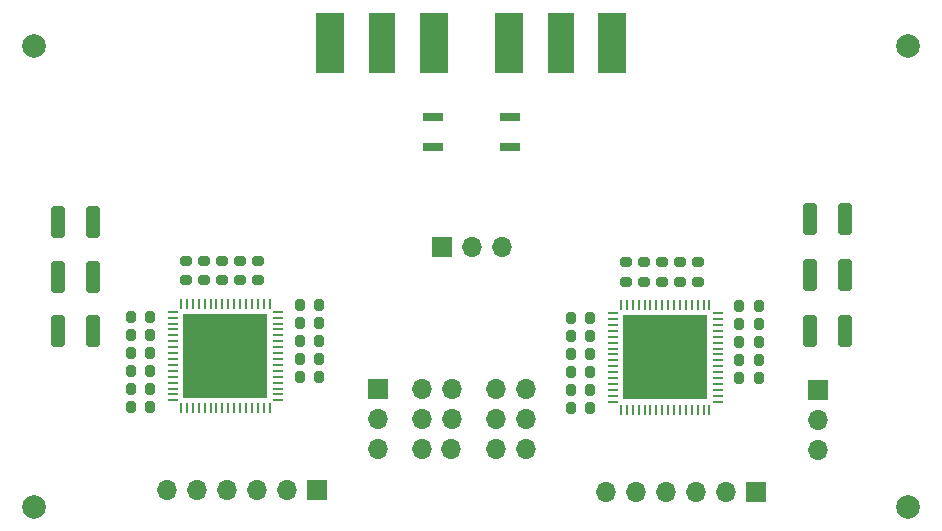
<source format=gbr>
%TF.GenerationSoftware,KiCad,Pcbnew,(6.0.1)*%
%TF.CreationDate,2023-03-14T12:55:58-06:00*%
%TF.ProjectId,SPARC,53504152-432e-46b6-9963-61645f706362,01*%
%TF.SameCoordinates,Original*%
%TF.FileFunction,Soldermask,Top*%
%TF.FilePolarity,Negative*%
%FSLAX46Y46*%
G04 Gerber Fmt 4.6, Leading zero omitted, Abs format (unit mm)*
G04 Created by KiCad (PCBNEW (6.0.1)) date 2023-03-14 12:55:58*
%MOMM*%
%LPD*%
G01*
G04 APERTURE LIST*
G04 Aperture macros list*
%AMRoundRect*
0 Rectangle with rounded corners*
0 $1 Rounding radius*
0 $2 $3 $4 $5 $6 $7 $8 $9 X,Y pos of 4 corners*
0 Add a 4 corners polygon primitive as box body*
4,1,4,$2,$3,$4,$5,$6,$7,$8,$9,$2,$3,0*
0 Add four circle primitives for the rounded corners*
1,1,$1+$1,$2,$3*
1,1,$1+$1,$4,$5*
1,1,$1+$1,$6,$7*
1,1,$1+$1,$8,$9*
0 Add four rect primitives between the rounded corners*
20,1,$1+$1,$2,$3,$4,$5,0*
20,1,$1+$1,$4,$5,$6,$7,0*
20,1,$1+$1,$6,$7,$8,$9,0*
20,1,$1+$1,$8,$9,$2,$3,0*%
G04 Aperture macros list end*
%ADD10RoundRect,0.200000X-0.275000X0.200000X-0.275000X-0.200000X0.275000X-0.200000X0.275000X0.200000X0*%
%ADD11RoundRect,0.200000X0.200000X0.275000X-0.200000X0.275000X-0.200000X-0.275000X0.200000X-0.275000X0*%
%ADD12R,1.750000X0.750000*%
%ADD13RoundRect,0.250000X0.325000X1.100000X-0.325000X1.100000X-0.325000X-1.100000X0.325000X-1.100000X0*%
%ADD14R,2.290000X5.080000*%
%ADD15R,2.420000X5.080000*%
%ADD16RoundRect,0.200000X-0.200000X-0.275000X0.200000X-0.275000X0.200000X0.275000X-0.200000X0.275000X0*%
%ADD17RoundRect,0.200000X0.275000X-0.200000X0.275000X0.200000X-0.275000X0.200000X-0.275000X-0.200000X0*%
%ADD18C,2.000000*%
%ADD19RoundRect,0.062500X-0.350000X-0.062500X0.350000X-0.062500X0.350000X0.062500X-0.350000X0.062500X0*%
%ADD20RoundRect,0.062500X-0.062500X-0.350000X0.062500X-0.350000X0.062500X0.350000X-0.062500X0.350000X0*%
%ADD21R,7.150000X7.150000*%
%ADD22O,1.700000X1.700000*%
%ADD23R,1.700000X1.700000*%
G04 APERTURE END LIST*
D10*
%TO.C,R39*%
X141092682Y-65940000D03*
X141092682Y-67590000D03*
%TD*%
D11*
%TO.C,R3*%
X96228682Y-75158600D03*
X94578682Y-75158600D03*
%TD*%
D12*
%TO.C,D1*%
X126650000Y-56170000D03*
X120150000Y-56170000D03*
X126650000Y-53630000D03*
X120150000Y-53630000D03*
%TD*%
D13*
%TO.C,C6*%
X91383682Y-71763369D03*
X88433682Y-71763369D03*
%TD*%
D14*
%TO.C,J2*%
X130975000Y-47370000D03*
D15*
X126595000Y-47370000D03*
X135355000Y-47370000D03*
%TD*%
D11*
%TO.C,R1*%
X96233682Y-78208600D03*
X94583682Y-78208600D03*
%TD*%
D13*
%TO.C,C4*%
X91383682Y-62573369D03*
X88433682Y-62573369D03*
%TD*%
D16*
%TO.C,R33*%
X131827682Y-73746000D03*
X133477682Y-73746000D03*
%TD*%
D11*
%TO.C,R41*%
X147759682Y-69682000D03*
X146109682Y-69682000D03*
%TD*%
D10*
%TO.C,R6*%
X100800682Y-65828600D03*
X100800682Y-67478600D03*
%TD*%
D17*
%TO.C,R26*%
X105372682Y-67478600D03*
X105372682Y-65828600D03*
%TD*%
D16*
%TO.C,R61*%
X146109682Y-74254000D03*
X147759682Y-74254000D03*
%TD*%
D18*
%TO.C,REF\u002A\u002A*%
X86400000Y-86628769D03*
%TD*%
D11*
%TO.C,R45*%
X147759682Y-75778000D03*
X146109682Y-75778000D03*
%TD*%
%TO.C,R8*%
X110515682Y-69570600D03*
X108865682Y-69570600D03*
%TD*%
D19*
%TO.C,U2*%
X135382500Y-70250000D03*
X135382500Y-70750000D03*
X135382500Y-71250000D03*
X135382500Y-71750000D03*
X135382500Y-72250000D03*
X135382500Y-72750000D03*
X135382500Y-73250000D03*
X135382500Y-73750000D03*
X135382500Y-74250000D03*
X135382500Y-74750000D03*
X135382500Y-75250000D03*
X135382500Y-75750000D03*
X135382500Y-76250000D03*
X135382500Y-76750000D03*
X135382500Y-77250000D03*
X135382500Y-77750000D03*
D20*
X136070000Y-78437500D03*
X136570000Y-78437500D03*
X137070000Y-78437500D03*
X137570000Y-78437500D03*
X138070000Y-78437500D03*
X138570000Y-78437500D03*
X139070000Y-78437500D03*
X139570000Y-78437500D03*
X140070000Y-78437500D03*
X140570000Y-78437500D03*
X141070000Y-78437500D03*
X141570000Y-78437500D03*
X142070000Y-78437500D03*
X142570000Y-78437500D03*
X143070000Y-78437500D03*
X143570000Y-78437500D03*
D19*
X144257500Y-77750000D03*
X144257500Y-77250000D03*
X144257500Y-76750000D03*
X144257500Y-76250000D03*
X144257500Y-75750000D03*
X144257500Y-75250000D03*
X144257500Y-74750000D03*
X144257500Y-74250000D03*
X144257500Y-73750000D03*
X144257500Y-73250000D03*
X144257500Y-72750000D03*
X144257500Y-72250000D03*
X144257500Y-71750000D03*
X144257500Y-71250000D03*
X144257500Y-70750000D03*
X144257500Y-70250000D03*
D20*
X143570000Y-69562500D03*
X143070000Y-69562500D03*
X142570000Y-69562500D03*
X142070000Y-69562500D03*
X141570000Y-69562500D03*
X141070000Y-69562500D03*
X140570000Y-69562500D03*
X140070000Y-69562500D03*
X139570000Y-69562500D03*
X139070000Y-69562500D03*
X138570000Y-69562500D03*
X138070000Y-69562500D03*
X137570000Y-69562500D03*
X137070000Y-69562500D03*
X136570000Y-69562500D03*
X136070000Y-69562500D03*
D21*
X139820000Y-74000000D03*
%TD*%
D18*
%TO.C,REF\u002A\u002A*%
X160400000Y-86628769D03*
%TD*%
D16*
%TO.C,R28*%
X108865682Y-71094600D03*
X110515682Y-71094600D03*
%TD*%
D18*
%TO.C,REF\u002A\u002A*%
X86400000Y-47628769D03*
%TD*%
D10*
%TO.C,R7*%
X103848682Y-65828600D03*
X103848682Y-67478600D03*
%TD*%
D14*
%TO.C,J1*%
X115825000Y-47370000D03*
D15*
X120205000Y-47370000D03*
X111445000Y-47370000D03*
%TD*%
D13*
%TO.C,C1*%
X155027682Y-62313369D03*
X152077682Y-62313369D03*
%TD*%
%TO.C,C5*%
X91383682Y-67163369D03*
X88433682Y-67163369D03*
%TD*%
%TO.C,C3*%
X155027682Y-71763369D03*
X152077682Y-71763369D03*
%TD*%
D17*
%TO.C,R22*%
X99276682Y-67478600D03*
X99276682Y-65828600D03*
%TD*%
D11*
%TO.C,R47*%
X133477682Y-78320000D03*
X131827682Y-78320000D03*
%TD*%
D17*
%TO.C,R24*%
X102324682Y-67478600D03*
X102324682Y-65828600D03*
%TD*%
%TO.C,R57*%
X142616682Y-67590000D03*
X142616682Y-65940000D03*
%TD*%
D11*
%TO.C,R20*%
X96233682Y-76684600D03*
X94583682Y-76684600D03*
%TD*%
D17*
%TO.C,R55*%
X139568682Y-67590000D03*
X139568682Y-65940000D03*
%TD*%
D11*
%TO.C,R49*%
X133477682Y-75270000D03*
X131827682Y-75270000D03*
%TD*%
D22*
%TO.C,JP3 JP2*%
X121725000Y-81725000D03*
X119235000Y-81725000D03*
X121775000Y-79185000D03*
X119235000Y-79185000D03*
X121775000Y-76645000D03*
X119235000Y-76645000D03*
%TD*%
D16*
%TO.C,R4*%
X94578682Y-73634600D03*
X96228682Y-73634600D03*
%TD*%
D11*
%TO.C,R43*%
X147759682Y-72730000D03*
X146109682Y-72730000D03*
%TD*%
D22*
%TO.C,JP4 JP5*%
X128025000Y-81725000D03*
X125535000Y-81725000D03*
X128075000Y-79185000D03*
X125535000Y-79185000D03*
X128075000Y-76645000D03*
X125535000Y-76645000D03*
%TD*%
D11*
%TO.C,R32*%
X133477682Y-76796000D03*
X131827682Y-76796000D03*
%TD*%
D16*
%TO.C,R30*%
X108865682Y-74142600D03*
X110515682Y-74142600D03*
%TD*%
D17*
%TO.C,R57*%
X142616682Y-67590000D03*
X142616682Y-65940000D03*
%TD*%
D11*
%TO.C,R19*%
X96228682Y-72110600D03*
X94578682Y-72110600D03*
%TD*%
%TO.C,R51*%
X133477682Y-72222000D03*
X131827682Y-72222000D03*
%TD*%
D16*
%TO.C,R35*%
X131827682Y-70698000D03*
X133477682Y-70698000D03*
%TD*%
D19*
%TO.C,U1*%
X98141182Y-70138600D03*
X98141182Y-70638600D03*
X98141182Y-71138600D03*
X98141182Y-71638600D03*
X98141182Y-72138600D03*
X98141182Y-72638600D03*
X98141182Y-73138600D03*
X98141182Y-73638600D03*
X98141182Y-74138600D03*
X98141182Y-74638600D03*
X98141182Y-75138600D03*
X98141182Y-75638600D03*
X98141182Y-76138600D03*
X98141182Y-76638600D03*
X98141182Y-77138600D03*
X98141182Y-77638600D03*
D20*
X98828682Y-78326100D03*
X99328682Y-78326100D03*
X99828682Y-78326100D03*
X100328682Y-78326100D03*
X100828682Y-78326100D03*
X101328682Y-78326100D03*
X101828682Y-78326100D03*
X102328682Y-78326100D03*
X102828682Y-78326100D03*
X103328682Y-78326100D03*
X103828682Y-78326100D03*
X104328682Y-78326100D03*
X104828682Y-78326100D03*
X105328682Y-78326100D03*
X105828682Y-78326100D03*
X106328682Y-78326100D03*
D19*
X107016182Y-77638600D03*
X107016182Y-77138600D03*
X107016182Y-76638600D03*
X107016182Y-76138600D03*
X107016182Y-75638600D03*
X107016182Y-75138600D03*
X107016182Y-74638600D03*
X107016182Y-74138600D03*
X107016182Y-73638600D03*
X107016182Y-73138600D03*
X107016182Y-72638600D03*
X107016182Y-72138600D03*
X107016182Y-71638600D03*
X107016182Y-71138600D03*
X107016182Y-70638600D03*
X107016182Y-70138600D03*
D20*
X106328682Y-69451100D03*
X105828682Y-69451100D03*
X105328682Y-69451100D03*
X104828682Y-69451100D03*
X104328682Y-69451100D03*
X103828682Y-69451100D03*
X103328682Y-69451100D03*
X102828682Y-69451100D03*
X102328682Y-69451100D03*
X101828682Y-69451100D03*
X101328682Y-69451100D03*
X100828682Y-69451100D03*
X100328682Y-69451100D03*
X99828682Y-69451100D03*
X99328682Y-69451100D03*
X98828682Y-69451100D03*
D21*
X102578682Y-73888600D03*
%TD*%
D10*
%TO.C,R37*%
X138044682Y-65940000D03*
X138044682Y-67590000D03*
%TD*%
D23*
%TO.C,J4*%
X115532682Y-76682600D03*
D22*
X115532682Y-79222600D03*
X115532682Y-81762600D03*
%TD*%
D23*
%TO.C,JP1*%
X120930000Y-64670000D03*
D22*
X123470000Y-64670000D03*
X126010000Y-64670000D03*
%TD*%
D16*
%TO.C,R5*%
X94578682Y-70586600D03*
X96228682Y-70586600D03*
%TD*%
D23*
%TO.C,J3*%
X110302682Y-85256769D03*
D22*
X107762682Y-85256769D03*
X105222682Y-85256769D03*
X102682682Y-85256769D03*
X100142682Y-85256769D03*
X97602682Y-85256769D03*
%TD*%
D23*
%TO.C,J5*%
X152774000Y-76794000D03*
D22*
X152774000Y-79334000D03*
X152774000Y-81874000D03*
%TD*%
D13*
%TO.C,C2*%
X155027682Y-67013369D03*
X152077682Y-67013369D03*
%TD*%
D11*
%TO.C,R9*%
X110515682Y-72618600D03*
X108865682Y-72618600D03*
%TD*%
D18*
%TO.C,REF\u002A\u002A*%
X160400000Y-47628769D03*
%TD*%
D17*
%TO.C,R53*%
X136520682Y-67590000D03*
X136520682Y-65940000D03*
%TD*%
D23*
%TO.C,J6*%
X147544000Y-85368169D03*
D22*
X145004000Y-85368169D03*
X142464000Y-85368169D03*
X139924000Y-85368169D03*
X137384000Y-85368169D03*
X134844000Y-85368169D03*
%TD*%
D16*
%TO.C,R59*%
X146109682Y-71206000D03*
X147759682Y-71206000D03*
%TD*%
D11*
%TO.C,R10*%
X110515682Y-75666600D03*
X108865682Y-75666600D03*
%TD*%
M02*

</source>
